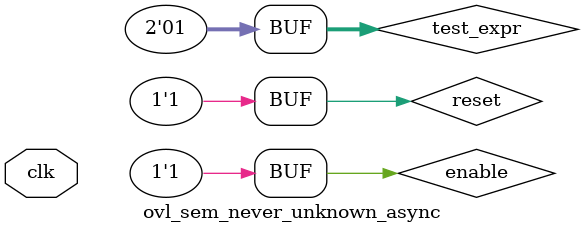
<source format=sv>
module ovl_sem_never_unknown_async(input logic clk);
  logic reset = 1'b1;
  logic enable = 1'b1;
`ifdef FAIL
  logic [1:0] test_expr = 2'b0x;
`else
  logic [1:0] test_expr = 2'b01;
`endif

  ovl_never_unknown_async #(
      .width(2)) dut (
      .reset(reset),
      .enable(enable),
      .test_expr(test_expr),
      .fire());
endmodule

</source>
